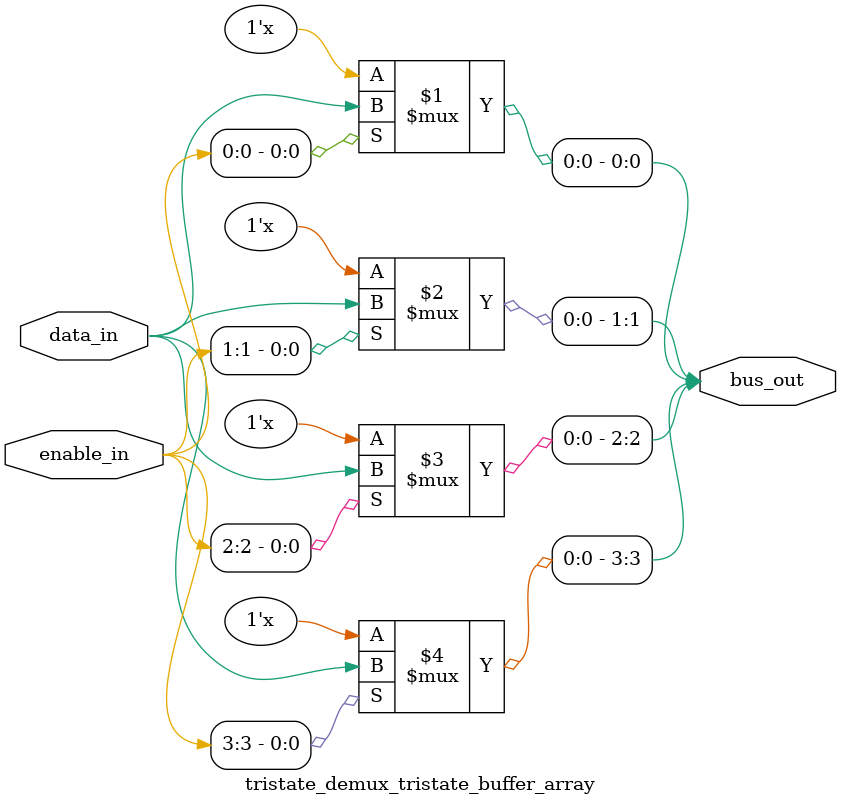
<source format=sv>

module tristate_demux (
    input wire data,                     // Input data
    input wire [1:0] select,             // Selection control
    input wire output_enable,            // Output enable
    output wire [3:0] demux_bus          // Tristate output bus
);

    wire [3:0] enable_signals;

    // Enable Decoder: Generates individual enable signals based on select and output_enable
    tristate_demux_enable_decoder u_enable_decoder (
        .select_in(select),
        .output_enable_in(output_enable),
        .enable_out(enable_signals)
    );

    // Tristate Buffer Array: Drives demux_bus with data under control of enable_signals
    tristate_demux_tristate_buffer_array u_tristate_buffer_array (
        .data_in(data),
        .enable_in(enable_signals),
        .bus_out(demux_bus)
    );

endmodule

//-----------------------------------------------------------------------------
// Submodule: Enable Decoder
// Description: Decodes select and output_enable to generate one-hot enable signals
//-----------------------------------------------------------------------------
module tristate_demux_enable_decoder (
    input  wire [1:0] select_in,
    input  wire       output_enable_in,
    output wire [3:0] enable_out
);
    assign enable_out[0] = (output_enable_in & ~select_in[1] & ~select_in[0]);
    assign enable_out[1] = (output_enable_in & ~select_in[1] &  select_in[0]);
    assign enable_out[2] = (output_enable_in &  select_in[1] & ~select_in[0]);
    assign enable_out[3] = (output_enable_in &  select_in[1] &  select_in[0]);
endmodule

//-----------------------------------------------------------------------------
// Submodule: Tristate Buffer Array
// Description: Drives each bus line with input data when the corresponding enable is asserted
//-----------------------------------------------------------------------------
module tristate_demux_tristate_buffer_array (
    input  wire       data_in,
    input  wire [3:0] enable_in,
    output wire [3:0] bus_out
);
    assign bus_out[0] = enable_in[0] ? data_in : 1'bz;
    assign bus_out[1] = enable_in[1] ? data_in : 1'bz;
    assign bus_out[2] = enable_in[2] ? data_in : 1'bz;
    assign bus_out[3] = enable_in[3] ? data_in : 1'bz;
endmodule
</source>
